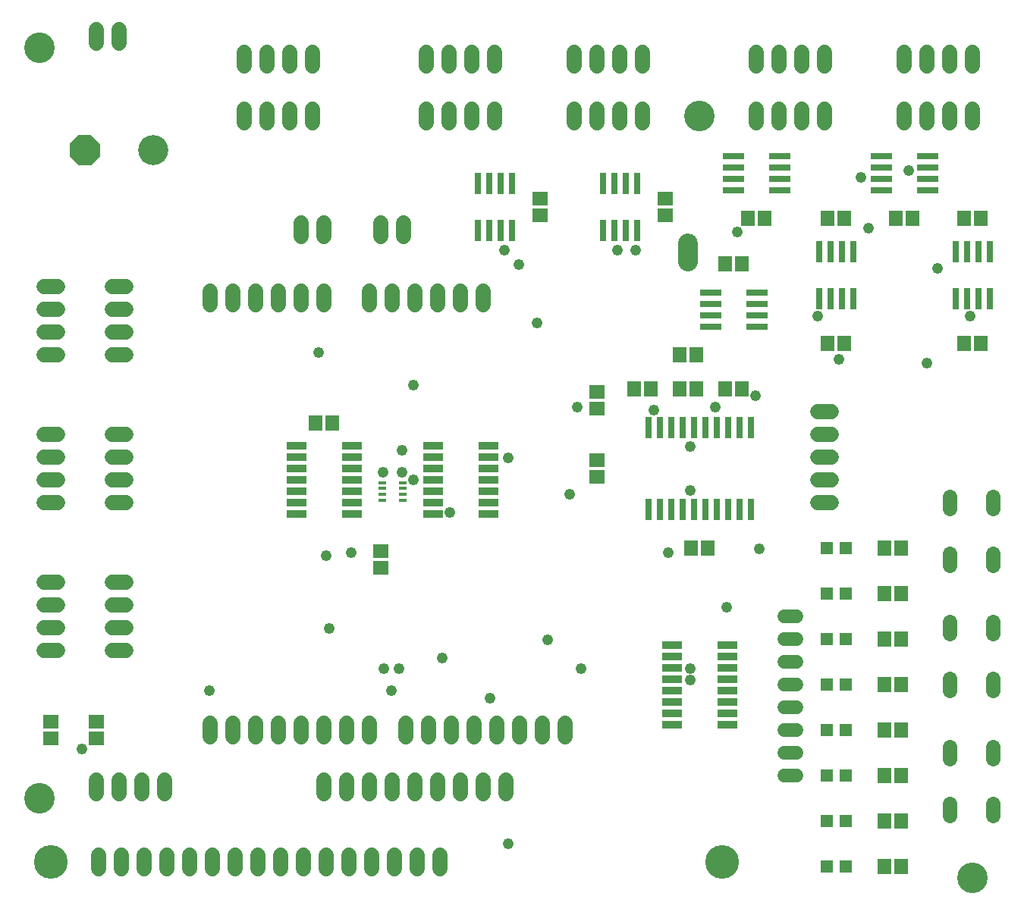
<source format=gts>
G75*
G70*
%OFA0B0*%
%FSLAX24Y24*%
%IPPOS*%
%LPD*%
%AMOC8*
5,1,8,0,0,1.08239X$1,22.5*
%
%ADD10C,0.1340*%
%ADD11R,0.0316X0.0946*%
%ADD12R,0.0240X0.0160*%
%ADD13R,0.0946X0.0316*%
%ADD14C,0.0680*%
%ADD15R,0.0880X0.0340*%
%ADD16C,0.0634*%
%ADD17C,0.1480*%
%ADD18R,0.0671X0.0592*%
%ADD19R,0.0592X0.0671*%
%ADD20C,0.0860*%
%ADD21C,0.0600*%
%ADD22R,0.0552X0.0552*%
%ADD23OC8,0.1320*%
%ADD24C,0.1320*%
%ADD25C,0.0480*%
%ADD26C,0.0476*%
D10*
X001772Y005601D03*
X030772Y035601D03*
X001772Y038601D03*
X042772Y002101D03*
D11*
X033022Y018290D03*
X032522Y018290D03*
X032022Y018290D03*
X031522Y018290D03*
X031022Y018290D03*
X030522Y018290D03*
X030022Y018290D03*
X029522Y018290D03*
X029022Y018290D03*
X028522Y018290D03*
X028522Y021912D03*
X029022Y021912D03*
X029522Y021912D03*
X030022Y021912D03*
X030522Y021912D03*
X031022Y021912D03*
X031522Y021912D03*
X032022Y021912D03*
X032522Y021912D03*
X033022Y021912D03*
X036022Y027577D03*
X036522Y027577D03*
X037022Y027577D03*
X037522Y027577D03*
X037522Y029624D03*
X037022Y029624D03*
X036522Y029624D03*
X036022Y029624D03*
X042022Y029624D03*
X042522Y029624D03*
X043022Y029624D03*
X043522Y029624D03*
X043522Y027577D03*
X043022Y027577D03*
X042522Y027577D03*
X042022Y027577D03*
X028022Y030577D03*
X027522Y030577D03*
X027022Y030577D03*
X026522Y030577D03*
X026522Y032624D03*
X027022Y032624D03*
X027522Y032624D03*
X028022Y032624D03*
X022522Y032624D03*
X022022Y032624D03*
X021522Y032624D03*
X021022Y032624D03*
X021022Y030577D03*
X021522Y030577D03*
X022022Y030577D03*
X022522Y030577D03*
D12*
X017784Y019485D03*
X017656Y019485D03*
X017656Y019229D03*
X017784Y019229D03*
X017784Y018973D03*
X017656Y018973D03*
X017656Y018717D03*
X017784Y018717D03*
X016888Y018717D03*
X016760Y018717D03*
X016760Y018973D03*
X016888Y018973D03*
X016888Y019229D03*
X016760Y019229D03*
X016760Y019485D03*
X016888Y019485D03*
D13*
X031249Y026351D03*
X031249Y026851D03*
X031249Y027351D03*
X031249Y027851D03*
X033296Y027851D03*
X033296Y027351D03*
X033296Y026851D03*
X033296Y026351D03*
X034296Y032351D03*
X034296Y032851D03*
X034296Y033351D03*
X034296Y033851D03*
X032249Y033851D03*
X032249Y033351D03*
X032249Y032851D03*
X032249Y032351D03*
X038749Y032351D03*
X038749Y032851D03*
X038749Y033351D03*
X038749Y033851D03*
X040796Y033851D03*
X040796Y033351D03*
X040796Y032851D03*
X040796Y032351D03*
D14*
X040772Y035301D02*
X040772Y035901D01*
X039772Y035901D02*
X039772Y035301D01*
X041772Y035301D02*
X041772Y035901D01*
X042772Y035901D02*
X042772Y035301D01*
X042772Y037801D02*
X042772Y038401D01*
X041772Y038401D02*
X041772Y037801D01*
X040772Y037801D02*
X040772Y038401D01*
X039772Y038401D02*
X039772Y037801D01*
X036272Y037801D02*
X036272Y038401D01*
X035272Y038401D02*
X035272Y037801D01*
X034272Y037801D02*
X034272Y038401D01*
X033272Y038401D02*
X033272Y037801D01*
X033272Y035901D02*
X033272Y035301D01*
X034272Y035301D02*
X034272Y035901D01*
X035272Y035901D02*
X035272Y035301D01*
X036272Y035301D02*
X036272Y035901D01*
X028272Y035901D02*
X028272Y035301D01*
X027272Y035301D02*
X027272Y035901D01*
X026272Y035901D02*
X026272Y035301D01*
X025272Y035301D02*
X025272Y035901D01*
X025272Y037801D02*
X025272Y038401D01*
X026272Y038401D02*
X026272Y037801D01*
X027272Y037801D02*
X027272Y038401D01*
X028272Y038401D02*
X028272Y037801D01*
X021772Y037801D02*
X021772Y038401D01*
X020772Y038401D02*
X020772Y037801D01*
X019772Y037801D02*
X019772Y038401D01*
X018772Y038401D02*
X018772Y037801D01*
X018772Y035901D02*
X018772Y035301D01*
X019772Y035301D02*
X019772Y035901D01*
X020772Y035901D02*
X020772Y035301D01*
X021772Y035301D02*
X021772Y035901D01*
X017772Y030901D02*
X017772Y030301D01*
X016772Y030301D02*
X016772Y030901D01*
X014272Y030901D02*
X014272Y030301D01*
X013272Y030301D02*
X013272Y030901D01*
X013272Y027901D02*
X013272Y027301D01*
X012272Y027301D02*
X012272Y027901D01*
X011272Y027901D02*
X011272Y027301D01*
X010272Y027301D02*
X010272Y027901D01*
X009272Y027901D02*
X009272Y027301D01*
X005572Y027101D02*
X004972Y027101D01*
X004972Y026101D02*
X005572Y026101D01*
X005572Y025101D02*
X004972Y025101D01*
X002572Y025101D02*
X001972Y025101D01*
X001972Y026101D02*
X002572Y026101D01*
X002572Y027101D02*
X001972Y027101D01*
X001972Y028101D02*
X002572Y028101D01*
X004972Y028101D02*
X005572Y028101D01*
X005572Y021601D02*
X004972Y021601D01*
X004972Y020601D02*
X005572Y020601D01*
X005572Y019601D02*
X004972Y019601D01*
X004972Y018601D02*
X005572Y018601D01*
X002572Y018601D02*
X001972Y018601D01*
X001972Y019601D02*
X002572Y019601D01*
X002572Y020601D02*
X001972Y020601D01*
X001972Y021601D02*
X002572Y021601D01*
X002572Y015101D02*
X001972Y015101D01*
X001972Y014101D02*
X002572Y014101D01*
X002572Y013101D02*
X001972Y013101D01*
X001972Y012101D02*
X002572Y012101D01*
X004972Y012101D02*
X005572Y012101D01*
X005572Y013101D02*
X004972Y013101D01*
X004972Y014101D02*
X005572Y014101D01*
X005572Y015101D02*
X004972Y015101D01*
X009272Y008901D02*
X009272Y008301D01*
X010272Y008301D02*
X010272Y008901D01*
X011272Y008901D02*
X011272Y008301D01*
X012272Y008301D02*
X012272Y008901D01*
X013272Y008901D02*
X013272Y008301D01*
X014272Y008301D02*
X014272Y008901D01*
X015272Y008901D02*
X015272Y008301D01*
X016272Y008301D02*
X016272Y008901D01*
X017872Y008901D02*
X017872Y008301D01*
X018872Y008301D02*
X018872Y008901D01*
X019872Y008901D02*
X019872Y008301D01*
X020872Y008301D02*
X020872Y008901D01*
X021872Y008901D02*
X021872Y008301D01*
X022872Y008301D02*
X022872Y008901D01*
X023872Y008901D02*
X023872Y008301D01*
X024872Y008301D02*
X024872Y008901D01*
X022272Y006401D02*
X022272Y005801D01*
X021272Y005801D02*
X021272Y006401D01*
X020272Y006401D02*
X020272Y005801D01*
X019272Y005801D02*
X019272Y006401D01*
X018272Y006401D02*
X018272Y005801D01*
X017272Y005801D02*
X017272Y006401D01*
X016272Y006401D02*
X016272Y005801D01*
X015272Y005801D02*
X015272Y006401D01*
X014272Y006401D02*
X014272Y005801D01*
X014372Y003101D02*
X014372Y002501D01*
X013372Y002501D02*
X013372Y003101D01*
X012372Y003101D02*
X012372Y002501D01*
X011372Y002501D02*
X011372Y003101D01*
X010372Y003101D02*
X010372Y002501D01*
X009372Y002501D02*
X009372Y003101D01*
X008372Y003101D02*
X008372Y002501D01*
X007372Y002501D02*
X007372Y003101D01*
X006372Y003101D02*
X006372Y002501D01*
X005372Y002501D02*
X005372Y003101D01*
X004372Y003101D02*
X004372Y002501D01*
X004272Y005801D02*
X004272Y006401D01*
X005272Y006401D02*
X005272Y005801D01*
X006272Y005801D02*
X006272Y006401D01*
X007272Y006401D02*
X007272Y005801D01*
X015372Y003101D02*
X015372Y002501D01*
X016372Y002501D02*
X016372Y003101D01*
X017372Y003101D02*
X017372Y002501D01*
X018372Y002501D02*
X018372Y003101D01*
X019372Y003101D02*
X019372Y002501D01*
X035972Y018601D02*
X036572Y018601D01*
X036572Y019601D02*
X035972Y019601D01*
X035972Y020601D02*
X036572Y020601D01*
X036572Y021601D02*
X035972Y021601D01*
X035972Y022601D02*
X036572Y022601D01*
X021272Y027301D02*
X021272Y027901D01*
X020272Y027901D02*
X020272Y027301D01*
X019272Y027301D02*
X019272Y027901D01*
X018272Y027901D02*
X018272Y027301D01*
X017272Y027301D02*
X017272Y027901D01*
X016272Y027901D02*
X016272Y027301D01*
X014272Y027301D02*
X014272Y027901D01*
X013772Y035301D02*
X013772Y035901D01*
X012772Y035901D02*
X012772Y035301D01*
X011772Y035301D02*
X011772Y035901D01*
X010772Y035901D02*
X010772Y035301D01*
X010772Y037801D02*
X010772Y038401D01*
X011772Y038401D02*
X011772Y037801D01*
X012772Y037801D02*
X012772Y038401D01*
X013772Y038401D02*
X013772Y037801D01*
X005272Y038801D02*
X005272Y039401D01*
X004272Y039401D02*
X004272Y038801D01*
D15*
X013062Y021101D03*
X013062Y020601D03*
X013062Y020101D03*
X013062Y019601D03*
X013062Y019101D03*
X013062Y018601D03*
X013062Y018101D03*
X015482Y018101D03*
X015482Y018601D03*
X015482Y019101D03*
X015482Y019601D03*
X015482Y020101D03*
X015482Y020601D03*
X015482Y021101D03*
X019062Y021101D03*
X019062Y020601D03*
X019062Y020101D03*
X019062Y019601D03*
X019062Y019101D03*
X019062Y018601D03*
X019062Y018101D03*
X021482Y018101D03*
X021482Y018601D03*
X021482Y019101D03*
X021482Y019601D03*
X021482Y020101D03*
X021482Y020601D03*
X021482Y021101D03*
X029562Y012351D03*
X029562Y011851D03*
X029562Y011351D03*
X029562Y010851D03*
X029562Y010351D03*
X029562Y009851D03*
X029562Y009351D03*
X029562Y008851D03*
X031982Y008851D03*
X031982Y009351D03*
X031982Y009851D03*
X031982Y010351D03*
X031982Y010851D03*
X031982Y011351D03*
X031982Y011851D03*
X031982Y012351D03*
D16*
X041772Y012824D02*
X041772Y013378D01*
X043647Y013378D02*
X043647Y012824D01*
X043647Y010878D02*
X043647Y010324D01*
X041772Y010324D02*
X041772Y010878D01*
X041772Y007878D02*
X041772Y007324D01*
X043647Y007324D02*
X043647Y007878D01*
X043647Y005378D02*
X043647Y004824D01*
X041772Y004824D02*
X041772Y005378D01*
X041772Y015824D02*
X041772Y016378D01*
X043647Y016378D02*
X043647Y015824D01*
X043647Y018324D02*
X043647Y018878D01*
X041772Y018878D02*
X041772Y018324D01*
D17*
X002272Y002801D03*
X031772Y002801D03*
D18*
X016772Y015727D03*
X016772Y016475D03*
X026272Y019727D03*
X026272Y020475D03*
X026272Y022727D03*
X026272Y023475D03*
X023772Y031227D03*
X023772Y031975D03*
X029272Y031975D03*
X029272Y031227D03*
X004272Y008975D03*
X004272Y008227D03*
X002272Y008227D03*
X002272Y008975D03*
D19*
X013898Y022101D03*
X014646Y022101D03*
X027898Y023601D03*
X028646Y023601D03*
X029898Y023601D03*
X030646Y023601D03*
X031898Y023601D03*
X032646Y023601D03*
X030646Y025101D03*
X029898Y025101D03*
X031898Y029101D03*
X032646Y029101D03*
X032898Y031101D03*
X033646Y031101D03*
X036398Y031101D03*
X037146Y031101D03*
X039398Y031101D03*
X040146Y031101D03*
X042398Y031101D03*
X043146Y031101D03*
X043146Y025601D03*
X042398Y025601D03*
X037146Y025601D03*
X036398Y025601D03*
X038898Y016601D03*
X039646Y016601D03*
X039646Y014601D03*
X038898Y014601D03*
X038898Y012601D03*
X039646Y012601D03*
X039646Y010601D03*
X038898Y010601D03*
X038898Y008601D03*
X039646Y008601D03*
X039646Y006601D03*
X038898Y006601D03*
X038898Y004601D03*
X039646Y004601D03*
X039646Y002601D03*
X038898Y002601D03*
X031146Y016601D03*
X030398Y016601D03*
D20*
X030272Y029211D02*
X030272Y029991D01*
D21*
X034512Y013601D02*
X035032Y013601D01*
X035032Y012601D02*
X034512Y012601D01*
X034512Y011601D02*
X035032Y011601D01*
X035032Y010601D02*
X034512Y010601D01*
X034512Y009601D02*
X035032Y009601D01*
X035032Y008601D02*
X034512Y008601D01*
X034512Y007601D02*
X035032Y007601D01*
X035032Y006601D02*
X034512Y006601D01*
D22*
X036359Y006601D03*
X037186Y006601D03*
X037186Y008601D03*
X036359Y008601D03*
X036359Y010601D03*
X037186Y010601D03*
X037186Y012601D03*
X036359Y012601D03*
X036359Y014601D03*
X037186Y014601D03*
X037186Y016601D03*
X036359Y016601D03*
X036359Y004601D03*
X037186Y004601D03*
X037186Y002601D03*
X036359Y002601D03*
D23*
X003772Y034101D03*
D24*
X006772Y034101D03*
D25*
X014032Y025221D03*
X018192Y023781D03*
X017712Y020901D03*
X017712Y019941D03*
X018192Y019621D03*
X019792Y018181D03*
X022352Y020581D03*
X025072Y018981D03*
X025392Y022821D03*
X028752Y022661D03*
X030352Y021061D03*
X031472Y022821D03*
X033232Y023301D03*
X036912Y024901D03*
X035952Y026821D03*
X038192Y030661D03*
X037872Y032901D03*
X039952Y033221D03*
X041232Y028901D03*
X042672Y026821D03*
X040752Y024741D03*
X032432Y030501D03*
X027952Y029701D03*
X027152Y029701D03*
X023632Y026501D03*
X022832Y029061D03*
X022192Y029701D03*
X030352Y019141D03*
X033392Y016581D03*
X031952Y014021D03*
X030352Y011301D03*
X030352Y010821D03*
X025552Y011301D03*
X024112Y012581D03*
X021552Y010021D03*
X019472Y011781D03*
X017552Y011301D03*
X016912Y011301D03*
X017232Y010341D03*
X014512Y013061D03*
X014352Y016261D03*
X015472Y016421D03*
X009232Y010341D03*
X003632Y007781D03*
X022352Y003621D03*
X029392Y016421D03*
D26*
X016872Y019951D03*
X016872Y019951D03*
M02*

</source>
